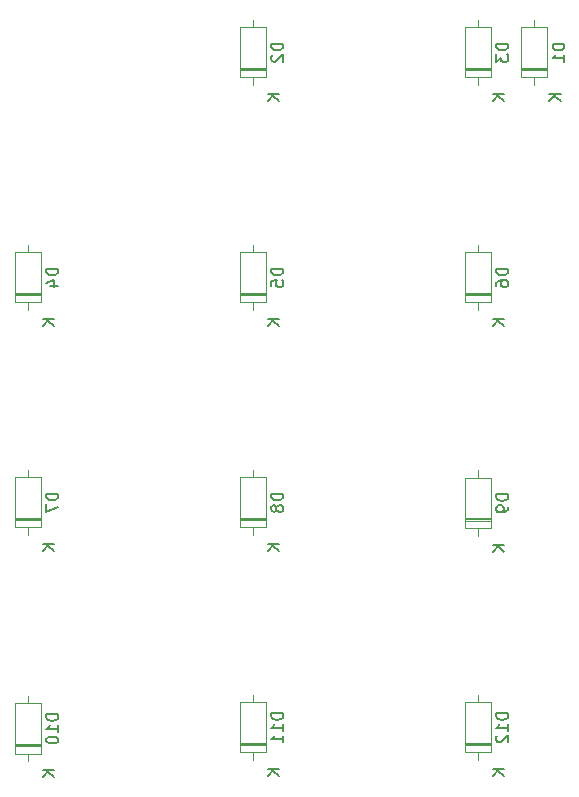
<source format=gbr>
%TF.GenerationSoftware,KiCad,Pcbnew,9.0.2*%
%TF.CreationDate,2025-06-30T11:38:54+08:00*%
%TF.ProjectId,flamepad,666c616d-6570-4616-942e-6b696361645f,rev?*%
%TF.SameCoordinates,Original*%
%TF.FileFunction,Legend,Bot*%
%TF.FilePolarity,Positive*%
%FSLAX46Y46*%
G04 Gerber Fmt 4.6, Leading zero omitted, Abs format (unit mm)*
G04 Created by KiCad (PCBNEW 9.0.2) date 2025-06-30 11:38:54*
%MOMM*%
%LPD*%
G01*
G04 APERTURE LIST*
%ADD10C,0.150000*%
%ADD11C,0.120000*%
G04 APERTURE END LIST*
D10*
X171262319Y-80761905D02*
X170262319Y-80761905D01*
X170262319Y-80761905D02*
X170262319Y-81000000D01*
X170262319Y-81000000D02*
X170309938Y-81142857D01*
X170309938Y-81142857D02*
X170405176Y-81238095D01*
X170405176Y-81238095D02*
X170500414Y-81285714D01*
X170500414Y-81285714D02*
X170690890Y-81333333D01*
X170690890Y-81333333D02*
X170833747Y-81333333D01*
X170833747Y-81333333D02*
X171024223Y-81285714D01*
X171024223Y-81285714D02*
X171119461Y-81238095D01*
X171119461Y-81238095D02*
X171214700Y-81142857D01*
X171214700Y-81142857D02*
X171262319Y-81000000D01*
X171262319Y-81000000D02*
X171262319Y-80761905D01*
X171262319Y-82285714D02*
X171262319Y-81714286D01*
X171262319Y-82000000D02*
X170262319Y-82000000D01*
X170262319Y-82000000D02*
X170405176Y-81904762D01*
X170405176Y-81904762D02*
X170500414Y-81809524D01*
X170500414Y-81809524D02*
X170548033Y-81714286D01*
X170942319Y-85048095D02*
X169942319Y-85048095D01*
X170942319Y-85619523D02*
X170370890Y-85190952D01*
X169942319Y-85619523D02*
X170513747Y-85048095D01*
X166499819Y-99811905D02*
X165499819Y-99811905D01*
X165499819Y-99811905D02*
X165499819Y-100050000D01*
X165499819Y-100050000D02*
X165547438Y-100192857D01*
X165547438Y-100192857D02*
X165642676Y-100288095D01*
X165642676Y-100288095D02*
X165737914Y-100335714D01*
X165737914Y-100335714D02*
X165928390Y-100383333D01*
X165928390Y-100383333D02*
X166071247Y-100383333D01*
X166071247Y-100383333D02*
X166261723Y-100335714D01*
X166261723Y-100335714D02*
X166356961Y-100288095D01*
X166356961Y-100288095D02*
X166452200Y-100192857D01*
X166452200Y-100192857D02*
X166499819Y-100050000D01*
X166499819Y-100050000D02*
X166499819Y-99811905D01*
X165499819Y-101240476D02*
X165499819Y-101050000D01*
X165499819Y-101050000D02*
X165547438Y-100954762D01*
X165547438Y-100954762D02*
X165595057Y-100907143D01*
X165595057Y-100907143D02*
X165737914Y-100811905D01*
X165737914Y-100811905D02*
X165928390Y-100764286D01*
X165928390Y-100764286D02*
X166309342Y-100764286D01*
X166309342Y-100764286D02*
X166404580Y-100811905D01*
X166404580Y-100811905D02*
X166452200Y-100859524D01*
X166452200Y-100859524D02*
X166499819Y-100954762D01*
X166499819Y-100954762D02*
X166499819Y-101145238D01*
X166499819Y-101145238D02*
X166452200Y-101240476D01*
X166452200Y-101240476D02*
X166404580Y-101288095D01*
X166404580Y-101288095D02*
X166309342Y-101335714D01*
X166309342Y-101335714D02*
X166071247Y-101335714D01*
X166071247Y-101335714D02*
X165976009Y-101288095D01*
X165976009Y-101288095D02*
X165928390Y-101240476D01*
X165928390Y-101240476D02*
X165880771Y-101145238D01*
X165880771Y-101145238D02*
X165880771Y-100954762D01*
X165880771Y-100954762D02*
X165928390Y-100859524D01*
X165928390Y-100859524D02*
X165976009Y-100811905D01*
X165976009Y-100811905D02*
X166071247Y-100764286D01*
X166179819Y-104098095D02*
X165179819Y-104098095D01*
X166179819Y-104669523D02*
X165608390Y-104240952D01*
X165179819Y-104669523D02*
X165751247Y-104098095D01*
X147449819Y-137435714D02*
X146449819Y-137435714D01*
X146449819Y-137435714D02*
X146449819Y-137673809D01*
X146449819Y-137673809D02*
X146497438Y-137816666D01*
X146497438Y-137816666D02*
X146592676Y-137911904D01*
X146592676Y-137911904D02*
X146687914Y-137959523D01*
X146687914Y-137959523D02*
X146878390Y-138007142D01*
X146878390Y-138007142D02*
X147021247Y-138007142D01*
X147021247Y-138007142D02*
X147211723Y-137959523D01*
X147211723Y-137959523D02*
X147306961Y-137911904D01*
X147306961Y-137911904D02*
X147402200Y-137816666D01*
X147402200Y-137816666D02*
X147449819Y-137673809D01*
X147449819Y-137673809D02*
X147449819Y-137435714D01*
X147449819Y-138959523D02*
X147449819Y-138388095D01*
X147449819Y-138673809D02*
X146449819Y-138673809D01*
X146449819Y-138673809D02*
X146592676Y-138578571D01*
X146592676Y-138578571D02*
X146687914Y-138483333D01*
X146687914Y-138483333D02*
X146735533Y-138388095D01*
X147449819Y-139911904D02*
X147449819Y-139340476D01*
X147449819Y-139626190D02*
X146449819Y-139626190D01*
X146449819Y-139626190D02*
X146592676Y-139530952D01*
X146592676Y-139530952D02*
X146687914Y-139435714D01*
X146687914Y-139435714D02*
X146735533Y-139340476D01*
X147129819Y-142198095D02*
X146129819Y-142198095D01*
X147129819Y-142769523D02*
X146558390Y-142340952D01*
X146129819Y-142769523D02*
X146701247Y-142198095D01*
X128399819Y-99811905D02*
X127399819Y-99811905D01*
X127399819Y-99811905D02*
X127399819Y-100050000D01*
X127399819Y-100050000D02*
X127447438Y-100192857D01*
X127447438Y-100192857D02*
X127542676Y-100288095D01*
X127542676Y-100288095D02*
X127637914Y-100335714D01*
X127637914Y-100335714D02*
X127828390Y-100383333D01*
X127828390Y-100383333D02*
X127971247Y-100383333D01*
X127971247Y-100383333D02*
X128161723Y-100335714D01*
X128161723Y-100335714D02*
X128256961Y-100288095D01*
X128256961Y-100288095D02*
X128352200Y-100192857D01*
X128352200Y-100192857D02*
X128399819Y-100050000D01*
X128399819Y-100050000D02*
X128399819Y-99811905D01*
X127733152Y-101240476D02*
X128399819Y-101240476D01*
X127352200Y-101002381D02*
X128066485Y-100764286D01*
X128066485Y-100764286D02*
X128066485Y-101383333D01*
X128079819Y-104098095D02*
X127079819Y-104098095D01*
X128079819Y-104669523D02*
X127508390Y-104240952D01*
X127079819Y-104669523D02*
X127651247Y-104098095D01*
X166499819Y-137435714D02*
X165499819Y-137435714D01*
X165499819Y-137435714D02*
X165499819Y-137673809D01*
X165499819Y-137673809D02*
X165547438Y-137816666D01*
X165547438Y-137816666D02*
X165642676Y-137911904D01*
X165642676Y-137911904D02*
X165737914Y-137959523D01*
X165737914Y-137959523D02*
X165928390Y-138007142D01*
X165928390Y-138007142D02*
X166071247Y-138007142D01*
X166071247Y-138007142D02*
X166261723Y-137959523D01*
X166261723Y-137959523D02*
X166356961Y-137911904D01*
X166356961Y-137911904D02*
X166452200Y-137816666D01*
X166452200Y-137816666D02*
X166499819Y-137673809D01*
X166499819Y-137673809D02*
X166499819Y-137435714D01*
X166499819Y-138959523D02*
X166499819Y-138388095D01*
X166499819Y-138673809D02*
X165499819Y-138673809D01*
X165499819Y-138673809D02*
X165642676Y-138578571D01*
X165642676Y-138578571D02*
X165737914Y-138483333D01*
X165737914Y-138483333D02*
X165785533Y-138388095D01*
X165595057Y-139340476D02*
X165547438Y-139388095D01*
X165547438Y-139388095D02*
X165499819Y-139483333D01*
X165499819Y-139483333D02*
X165499819Y-139721428D01*
X165499819Y-139721428D02*
X165547438Y-139816666D01*
X165547438Y-139816666D02*
X165595057Y-139864285D01*
X165595057Y-139864285D02*
X165690295Y-139911904D01*
X165690295Y-139911904D02*
X165785533Y-139911904D01*
X165785533Y-139911904D02*
X165928390Y-139864285D01*
X165928390Y-139864285D02*
X166499819Y-139292857D01*
X166499819Y-139292857D02*
X166499819Y-139911904D01*
X166179819Y-142198095D02*
X165179819Y-142198095D01*
X166179819Y-142769523D02*
X165608390Y-142340952D01*
X165179819Y-142769523D02*
X165751247Y-142198095D01*
X147449819Y-99811905D02*
X146449819Y-99811905D01*
X146449819Y-99811905D02*
X146449819Y-100050000D01*
X146449819Y-100050000D02*
X146497438Y-100192857D01*
X146497438Y-100192857D02*
X146592676Y-100288095D01*
X146592676Y-100288095D02*
X146687914Y-100335714D01*
X146687914Y-100335714D02*
X146878390Y-100383333D01*
X146878390Y-100383333D02*
X147021247Y-100383333D01*
X147021247Y-100383333D02*
X147211723Y-100335714D01*
X147211723Y-100335714D02*
X147306961Y-100288095D01*
X147306961Y-100288095D02*
X147402200Y-100192857D01*
X147402200Y-100192857D02*
X147449819Y-100050000D01*
X147449819Y-100050000D02*
X147449819Y-99811905D01*
X146449819Y-101288095D02*
X146449819Y-100811905D01*
X146449819Y-100811905D02*
X146926009Y-100764286D01*
X146926009Y-100764286D02*
X146878390Y-100811905D01*
X146878390Y-100811905D02*
X146830771Y-100907143D01*
X146830771Y-100907143D02*
X146830771Y-101145238D01*
X146830771Y-101145238D02*
X146878390Y-101240476D01*
X146878390Y-101240476D02*
X146926009Y-101288095D01*
X146926009Y-101288095D02*
X147021247Y-101335714D01*
X147021247Y-101335714D02*
X147259342Y-101335714D01*
X147259342Y-101335714D02*
X147354580Y-101288095D01*
X147354580Y-101288095D02*
X147402200Y-101240476D01*
X147402200Y-101240476D02*
X147449819Y-101145238D01*
X147449819Y-101145238D02*
X147449819Y-100907143D01*
X147449819Y-100907143D02*
X147402200Y-100811905D01*
X147402200Y-100811905D02*
X147354580Y-100764286D01*
X147129819Y-104098095D02*
X146129819Y-104098095D01*
X147129819Y-104669523D02*
X146558390Y-104240952D01*
X146129819Y-104669523D02*
X146701247Y-104098095D01*
X166499819Y-80761905D02*
X165499819Y-80761905D01*
X165499819Y-80761905D02*
X165499819Y-81000000D01*
X165499819Y-81000000D02*
X165547438Y-81142857D01*
X165547438Y-81142857D02*
X165642676Y-81238095D01*
X165642676Y-81238095D02*
X165737914Y-81285714D01*
X165737914Y-81285714D02*
X165928390Y-81333333D01*
X165928390Y-81333333D02*
X166071247Y-81333333D01*
X166071247Y-81333333D02*
X166261723Y-81285714D01*
X166261723Y-81285714D02*
X166356961Y-81238095D01*
X166356961Y-81238095D02*
X166452200Y-81142857D01*
X166452200Y-81142857D02*
X166499819Y-81000000D01*
X166499819Y-81000000D02*
X166499819Y-80761905D01*
X165499819Y-81666667D02*
X165499819Y-82285714D01*
X165499819Y-82285714D02*
X165880771Y-81952381D01*
X165880771Y-81952381D02*
X165880771Y-82095238D01*
X165880771Y-82095238D02*
X165928390Y-82190476D01*
X165928390Y-82190476D02*
X165976009Y-82238095D01*
X165976009Y-82238095D02*
X166071247Y-82285714D01*
X166071247Y-82285714D02*
X166309342Y-82285714D01*
X166309342Y-82285714D02*
X166404580Y-82238095D01*
X166404580Y-82238095D02*
X166452200Y-82190476D01*
X166452200Y-82190476D02*
X166499819Y-82095238D01*
X166499819Y-82095238D02*
X166499819Y-81809524D01*
X166499819Y-81809524D02*
X166452200Y-81714286D01*
X166452200Y-81714286D02*
X166404580Y-81666667D01*
X166179819Y-85048095D02*
X165179819Y-85048095D01*
X166179819Y-85619523D02*
X165608390Y-85190952D01*
X165179819Y-85619523D02*
X165751247Y-85048095D01*
X147449819Y-80761905D02*
X146449819Y-80761905D01*
X146449819Y-80761905D02*
X146449819Y-81000000D01*
X146449819Y-81000000D02*
X146497438Y-81142857D01*
X146497438Y-81142857D02*
X146592676Y-81238095D01*
X146592676Y-81238095D02*
X146687914Y-81285714D01*
X146687914Y-81285714D02*
X146878390Y-81333333D01*
X146878390Y-81333333D02*
X147021247Y-81333333D01*
X147021247Y-81333333D02*
X147211723Y-81285714D01*
X147211723Y-81285714D02*
X147306961Y-81238095D01*
X147306961Y-81238095D02*
X147402200Y-81142857D01*
X147402200Y-81142857D02*
X147449819Y-81000000D01*
X147449819Y-81000000D02*
X147449819Y-80761905D01*
X146545057Y-81714286D02*
X146497438Y-81761905D01*
X146497438Y-81761905D02*
X146449819Y-81857143D01*
X146449819Y-81857143D02*
X146449819Y-82095238D01*
X146449819Y-82095238D02*
X146497438Y-82190476D01*
X146497438Y-82190476D02*
X146545057Y-82238095D01*
X146545057Y-82238095D02*
X146640295Y-82285714D01*
X146640295Y-82285714D02*
X146735533Y-82285714D01*
X146735533Y-82285714D02*
X146878390Y-82238095D01*
X146878390Y-82238095D02*
X147449819Y-81666667D01*
X147449819Y-81666667D02*
X147449819Y-82285714D01*
X147129819Y-85048095D02*
X146129819Y-85048095D01*
X147129819Y-85619523D02*
X146558390Y-85190952D01*
X146129819Y-85619523D02*
X146701247Y-85048095D01*
X128399819Y-137523214D02*
X127399819Y-137523214D01*
X127399819Y-137523214D02*
X127399819Y-137761309D01*
X127399819Y-137761309D02*
X127447438Y-137904166D01*
X127447438Y-137904166D02*
X127542676Y-137999404D01*
X127542676Y-137999404D02*
X127637914Y-138047023D01*
X127637914Y-138047023D02*
X127828390Y-138094642D01*
X127828390Y-138094642D02*
X127971247Y-138094642D01*
X127971247Y-138094642D02*
X128161723Y-138047023D01*
X128161723Y-138047023D02*
X128256961Y-137999404D01*
X128256961Y-137999404D02*
X128352200Y-137904166D01*
X128352200Y-137904166D02*
X128399819Y-137761309D01*
X128399819Y-137761309D02*
X128399819Y-137523214D01*
X128399819Y-139047023D02*
X128399819Y-138475595D01*
X128399819Y-138761309D02*
X127399819Y-138761309D01*
X127399819Y-138761309D02*
X127542676Y-138666071D01*
X127542676Y-138666071D02*
X127637914Y-138570833D01*
X127637914Y-138570833D02*
X127685533Y-138475595D01*
X127399819Y-139666071D02*
X127399819Y-139761309D01*
X127399819Y-139761309D02*
X127447438Y-139856547D01*
X127447438Y-139856547D02*
X127495057Y-139904166D01*
X127495057Y-139904166D02*
X127590295Y-139951785D01*
X127590295Y-139951785D02*
X127780771Y-139999404D01*
X127780771Y-139999404D02*
X128018866Y-139999404D01*
X128018866Y-139999404D02*
X128209342Y-139951785D01*
X128209342Y-139951785D02*
X128304580Y-139904166D01*
X128304580Y-139904166D02*
X128352200Y-139856547D01*
X128352200Y-139856547D02*
X128399819Y-139761309D01*
X128399819Y-139761309D02*
X128399819Y-139666071D01*
X128399819Y-139666071D02*
X128352200Y-139570833D01*
X128352200Y-139570833D02*
X128304580Y-139523214D01*
X128304580Y-139523214D02*
X128209342Y-139475595D01*
X128209342Y-139475595D02*
X128018866Y-139427976D01*
X128018866Y-139427976D02*
X127780771Y-139427976D01*
X127780771Y-139427976D02*
X127590295Y-139475595D01*
X127590295Y-139475595D02*
X127495057Y-139523214D01*
X127495057Y-139523214D02*
X127447438Y-139570833D01*
X127447438Y-139570833D02*
X127399819Y-139666071D01*
X128079819Y-142285595D02*
X127079819Y-142285595D01*
X128079819Y-142857023D02*
X127508390Y-142428452D01*
X127079819Y-142857023D02*
X127651247Y-142285595D01*
X166499819Y-118899405D02*
X165499819Y-118899405D01*
X165499819Y-118899405D02*
X165499819Y-119137500D01*
X165499819Y-119137500D02*
X165547438Y-119280357D01*
X165547438Y-119280357D02*
X165642676Y-119375595D01*
X165642676Y-119375595D02*
X165737914Y-119423214D01*
X165737914Y-119423214D02*
X165928390Y-119470833D01*
X165928390Y-119470833D02*
X166071247Y-119470833D01*
X166071247Y-119470833D02*
X166261723Y-119423214D01*
X166261723Y-119423214D02*
X166356961Y-119375595D01*
X166356961Y-119375595D02*
X166452200Y-119280357D01*
X166452200Y-119280357D02*
X166499819Y-119137500D01*
X166499819Y-119137500D02*
X166499819Y-118899405D01*
X166499819Y-119947024D02*
X166499819Y-120137500D01*
X166499819Y-120137500D02*
X166452200Y-120232738D01*
X166452200Y-120232738D02*
X166404580Y-120280357D01*
X166404580Y-120280357D02*
X166261723Y-120375595D01*
X166261723Y-120375595D02*
X166071247Y-120423214D01*
X166071247Y-120423214D02*
X165690295Y-120423214D01*
X165690295Y-120423214D02*
X165595057Y-120375595D01*
X165595057Y-120375595D02*
X165547438Y-120327976D01*
X165547438Y-120327976D02*
X165499819Y-120232738D01*
X165499819Y-120232738D02*
X165499819Y-120042262D01*
X165499819Y-120042262D02*
X165547438Y-119947024D01*
X165547438Y-119947024D02*
X165595057Y-119899405D01*
X165595057Y-119899405D02*
X165690295Y-119851786D01*
X165690295Y-119851786D02*
X165928390Y-119851786D01*
X165928390Y-119851786D02*
X166023628Y-119899405D01*
X166023628Y-119899405D02*
X166071247Y-119947024D01*
X166071247Y-119947024D02*
X166118866Y-120042262D01*
X166118866Y-120042262D02*
X166118866Y-120232738D01*
X166118866Y-120232738D02*
X166071247Y-120327976D01*
X166071247Y-120327976D02*
X166023628Y-120375595D01*
X166023628Y-120375595D02*
X165928390Y-120423214D01*
X166179819Y-123185595D02*
X165179819Y-123185595D01*
X166179819Y-123757023D02*
X165608390Y-123328452D01*
X165179819Y-123757023D02*
X165751247Y-123185595D01*
X128399819Y-118861905D02*
X127399819Y-118861905D01*
X127399819Y-118861905D02*
X127399819Y-119100000D01*
X127399819Y-119100000D02*
X127447438Y-119242857D01*
X127447438Y-119242857D02*
X127542676Y-119338095D01*
X127542676Y-119338095D02*
X127637914Y-119385714D01*
X127637914Y-119385714D02*
X127828390Y-119433333D01*
X127828390Y-119433333D02*
X127971247Y-119433333D01*
X127971247Y-119433333D02*
X128161723Y-119385714D01*
X128161723Y-119385714D02*
X128256961Y-119338095D01*
X128256961Y-119338095D02*
X128352200Y-119242857D01*
X128352200Y-119242857D02*
X128399819Y-119100000D01*
X128399819Y-119100000D02*
X128399819Y-118861905D01*
X127399819Y-119766667D02*
X127399819Y-120433333D01*
X127399819Y-120433333D02*
X128399819Y-120004762D01*
X128079819Y-123148095D02*
X127079819Y-123148095D01*
X128079819Y-123719523D02*
X127508390Y-123290952D01*
X127079819Y-123719523D02*
X127651247Y-123148095D01*
X147449819Y-118861905D02*
X146449819Y-118861905D01*
X146449819Y-118861905D02*
X146449819Y-119100000D01*
X146449819Y-119100000D02*
X146497438Y-119242857D01*
X146497438Y-119242857D02*
X146592676Y-119338095D01*
X146592676Y-119338095D02*
X146687914Y-119385714D01*
X146687914Y-119385714D02*
X146878390Y-119433333D01*
X146878390Y-119433333D02*
X147021247Y-119433333D01*
X147021247Y-119433333D02*
X147211723Y-119385714D01*
X147211723Y-119385714D02*
X147306961Y-119338095D01*
X147306961Y-119338095D02*
X147402200Y-119242857D01*
X147402200Y-119242857D02*
X147449819Y-119100000D01*
X147449819Y-119100000D02*
X147449819Y-118861905D01*
X146878390Y-120004762D02*
X146830771Y-119909524D01*
X146830771Y-119909524D02*
X146783152Y-119861905D01*
X146783152Y-119861905D02*
X146687914Y-119814286D01*
X146687914Y-119814286D02*
X146640295Y-119814286D01*
X146640295Y-119814286D02*
X146545057Y-119861905D01*
X146545057Y-119861905D02*
X146497438Y-119909524D01*
X146497438Y-119909524D02*
X146449819Y-120004762D01*
X146449819Y-120004762D02*
X146449819Y-120195238D01*
X146449819Y-120195238D02*
X146497438Y-120290476D01*
X146497438Y-120290476D02*
X146545057Y-120338095D01*
X146545057Y-120338095D02*
X146640295Y-120385714D01*
X146640295Y-120385714D02*
X146687914Y-120385714D01*
X146687914Y-120385714D02*
X146783152Y-120338095D01*
X146783152Y-120338095D02*
X146830771Y-120290476D01*
X146830771Y-120290476D02*
X146878390Y-120195238D01*
X146878390Y-120195238D02*
X146878390Y-120004762D01*
X146878390Y-120004762D02*
X146926009Y-119909524D01*
X146926009Y-119909524D02*
X146973628Y-119861905D01*
X146973628Y-119861905D02*
X147068866Y-119814286D01*
X147068866Y-119814286D02*
X147259342Y-119814286D01*
X147259342Y-119814286D02*
X147354580Y-119861905D01*
X147354580Y-119861905D02*
X147402200Y-119909524D01*
X147402200Y-119909524D02*
X147449819Y-120004762D01*
X147449819Y-120004762D02*
X147449819Y-120195238D01*
X147449819Y-120195238D02*
X147402200Y-120290476D01*
X147402200Y-120290476D02*
X147354580Y-120338095D01*
X147354580Y-120338095D02*
X147259342Y-120385714D01*
X147259342Y-120385714D02*
X147068866Y-120385714D01*
X147068866Y-120385714D02*
X146973628Y-120338095D01*
X146973628Y-120338095D02*
X146926009Y-120290476D01*
X146926009Y-120290476D02*
X146878390Y-120195238D01*
X147129819Y-123148095D02*
X146129819Y-123148095D01*
X147129819Y-123719523D02*
X146558390Y-123290952D01*
X146129819Y-123719523D02*
X146701247Y-123148095D01*
D11*
%TO.C,D1*%
X168687500Y-78730000D02*
X168687500Y-79380000D01*
X168687500Y-84270000D02*
X168687500Y-83620000D01*
X169807500Y-82780000D02*
X167567500Y-82780000D01*
X169807500Y-82900000D02*
X167567500Y-82900000D01*
X169807500Y-83020000D02*
X167567500Y-83020000D01*
X169807500Y-83620000D02*
X167567500Y-83620000D01*
X167567500Y-79380000D01*
X169807500Y-79380000D01*
X169807500Y-83620000D01*
%TO.C,D6*%
X163925000Y-97780000D02*
X163925000Y-98430000D01*
X163925000Y-103320000D02*
X163925000Y-102670000D01*
X165045000Y-101830000D02*
X162805000Y-101830000D01*
X165045000Y-101950000D02*
X162805000Y-101950000D01*
X165045000Y-102070000D02*
X162805000Y-102070000D01*
X165045000Y-102670000D02*
X162805000Y-102670000D01*
X162805000Y-98430000D01*
X165045000Y-98430000D01*
X165045000Y-102670000D01*
%TO.C,D11*%
X144875000Y-135880000D02*
X144875000Y-136530000D01*
X144875000Y-141420000D02*
X144875000Y-140770000D01*
X145995000Y-139930000D02*
X143755000Y-139930000D01*
X145995000Y-140050000D02*
X143755000Y-140050000D01*
X145995000Y-140170000D02*
X143755000Y-140170000D01*
X145995000Y-140770000D02*
X143755000Y-140770000D01*
X143755000Y-136530000D01*
X145995000Y-136530000D01*
X145995000Y-140770000D01*
%TO.C,D4*%
X125825000Y-97780000D02*
X125825000Y-98430000D01*
X125825000Y-103320000D02*
X125825000Y-102670000D01*
X126945000Y-101830000D02*
X124705000Y-101830000D01*
X126945000Y-101950000D02*
X124705000Y-101950000D01*
X126945000Y-102070000D02*
X124705000Y-102070000D01*
X126945000Y-102670000D02*
X124705000Y-102670000D01*
X124705000Y-98430000D01*
X126945000Y-98430000D01*
X126945000Y-102670000D01*
%TO.C,D12*%
X163925000Y-135880000D02*
X163925000Y-136530000D01*
X163925000Y-141420000D02*
X163925000Y-140770000D01*
X165045000Y-139930000D02*
X162805000Y-139930000D01*
X165045000Y-140050000D02*
X162805000Y-140050000D01*
X165045000Y-140170000D02*
X162805000Y-140170000D01*
X165045000Y-140770000D02*
X162805000Y-140770000D01*
X162805000Y-136530000D01*
X165045000Y-136530000D01*
X165045000Y-140770000D01*
%TO.C,D5*%
X144875000Y-97780000D02*
X144875000Y-98430000D01*
X144875000Y-103320000D02*
X144875000Y-102670000D01*
X145995000Y-101830000D02*
X143755000Y-101830000D01*
X145995000Y-101950000D02*
X143755000Y-101950000D01*
X145995000Y-102070000D02*
X143755000Y-102070000D01*
X145995000Y-102670000D02*
X143755000Y-102670000D01*
X143755000Y-98430000D01*
X145995000Y-98430000D01*
X145995000Y-102670000D01*
%TO.C,D3*%
X163925000Y-78730000D02*
X163925000Y-79380000D01*
X163925000Y-84270000D02*
X163925000Y-83620000D01*
X165045000Y-82780000D02*
X162805000Y-82780000D01*
X165045000Y-82900000D02*
X162805000Y-82900000D01*
X165045000Y-83020000D02*
X162805000Y-83020000D01*
X165045000Y-83620000D02*
X162805000Y-83620000D01*
X162805000Y-79380000D01*
X165045000Y-79380000D01*
X165045000Y-83620000D01*
%TO.C,D2*%
X144875000Y-78730000D02*
X144875000Y-79380000D01*
X144875000Y-84270000D02*
X144875000Y-83620000D01*
X145995000Y-82780000D02*
X143755000Y-82780000D01*
X145995000Y-82900000D02*
X143755000Y-82900000D01*
X145995000Y-83020000D02*
X143755000Y-83020000D01*
X145995000Y-83620000D02*
X143755000Y-83620000D01*
X143755000Y-79380000D01*
X145995000Y-79380000D01*
X145995000Y-83620000D01*
%TO.C,D10*%
X125825000Y-135967500D02*
X125825000Y-136617500D01*
X125825000Y-141507500D02*
X125825000Y-140857500D01*
X126945000Y-140017500D02*
X124705000Y-140017500D01*
X126945000Y-140137500D02*
X124705000Y-140137500D01*
X126945000Y-140257500D02*
X124705000Y-140257500D01*
X126945000Y-140857500D02*
X124705000Y-140857500D01*
X124705000Y-136617500D01*
X126945000Y-136617500D01*
X126945000Y-140857500D01*
%TO.C,D9*%
X163925000Y-116867500D02*
X163925000Y-117517500D01*
X163925000Y-122407500D02*
X163925000Y-121757500D01*
X165045000Y-120917500D02*
X162805000Y-120917500D01*
X165045000Y-121037500D02*
X162805000Y-121037500D01*
X165045000Y-121157500D02*
X162805000Y-121157500D01*
X165045000Y-121757500D02*
X162805000Y-121757500D01*
X162805000Y-117517500D01*
X165045000Y-117517500D01*
X165045000Y-121757500D01*
%TO.C,D7*%
X125825000Y-116830000D02*
X125825000Y-117480000D01*
X125825000Y-122370000D02*
X125825000Y-121720000D01*
X126945000Y-120880000D02*
X124705000Y-120880000D01*
X126945000Y-121000000D02*
X124705000Y-121000000D01*
X126945000Y-121120000D02*
X124705000Y-121120000D01*
X126945000Y-121720000D02*
X124705000Y-121720000D01*
X124705000Y-117480000D01*
X126945000Y-117480000D01*
X126945000Y-121720000D01*
%TO.C,D8*%
X144875000Y-116830000D02*
X144875000Y-117480000D01*
X144875000Y-122370000D02*
X144875000Y-121720000D01*
X145995000Y-120880000D02*
X143755000Y-120880000D01*
X145995000Y-121000000D02*
X143755000Y-121000000D01*
X145995000Y-121120000D02*
X143755000Y-121120000D01*
X145995000Y-121720000D02*
X143755000Y-121720000D01*
X143755000Y-117480000D01*
X145995000Y-117480000D01*
X145995000Y-121720000D01*
%TD*%
M02*

</source>
